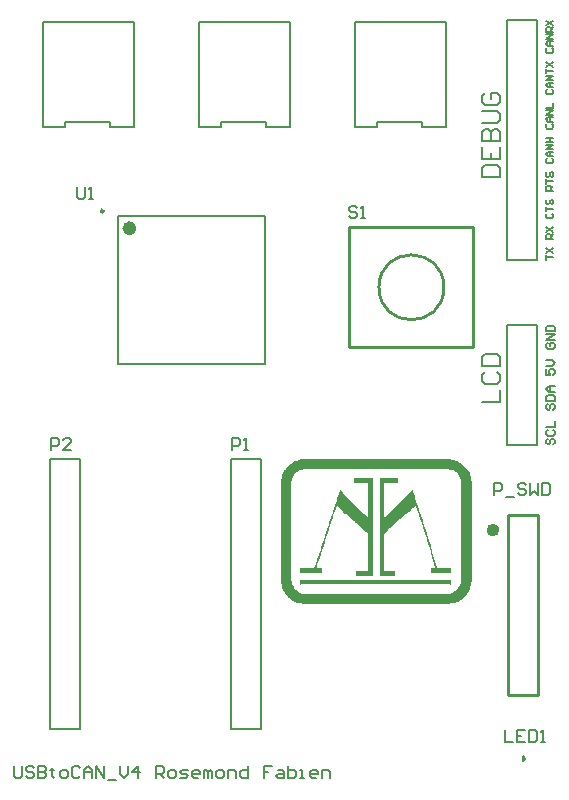
<source format=gto>
G04*
G04 #@! TF.GenerationSoftware,Altium Limited,Altium Designer,18.1.6 (161)*
G04*
G04 Layer_Color=65535*
%FSLAX25Y25*%
%MOIN*%
G70*
G01*
G75*
%ADD10C,0.02362*%
%ADD11C,0.01000*%
%ADD12C,0.00984*%
%ADD13C,0.00787*%
%ADD14C,0.00500*%
%ADD15C,0.00600*%
G36*
X147537Y95103D02*
X148841D01*
Y94777D01*
X149819D01*
Y94451D01*
X150145D01*
Y94125D01*
X150797D01*
Y93799D01*
X151123D01*
Y93473D01*
X151449D01*
Y93147D01*
X151775D01*
Y92821D01*
X152101D01*
Y92495D01*
X152427D01*
Y92169D01*
X152753D01*
Y91843D01*
X153079D01*
Y91517D01*
Y91191D01*
X153405D01*
Y90865D01*
X153731D01*
Y90539D01*
Y90213D01*
Y89887D01*
Y89561D01*
X154057D01*
Y89235D01*
Y88909D01*
Y88583D01*
Y88257D01*
Y87932D01*
X154383D01*
Y87606D01*
Y87279D01*
Y86954D01*
Y86628D01*
Y86301D01*
Y85976D01*
Y85650D01*
Y85324D01*
Y84998D01*
Y84672D01*
Y84346D01*
Y84020D01*
Y83694D01*
Y83368D01*
Y83042D01*
Y82716D01*
Y82390D01*
Y82064D01*
Y81738D01*
Y81412D01*
Y81086D01*
Y80760D01*
Y80434D01*
Y80108D01*
Y79782D01*
Y79456D01*
Y79130D01*
Y78804D01*
Y78478D01*
Y78152D01*
Y77826D01*
Y77500D01*
Y77174D01*
Y76848D01*
Y76522D01*
Y76196D01*
Y75870D01*
Y75544D01*
Y75218D01*
Y74892D01*
Y74566D01*
Y74240D01*
Y73914D01*
Y73588D01*
Y73262D01*
Y72936D01*
Y72610D01*
Y72284D01*
Y71958D01*
Y71632D01*
Y71306D01*
Y70980D01*
Y70654D01*
Y70328D01*
Y70002D01*
Y69676D01*
Y69350D01*
Y69024D01*
Y68699D01*
Y68372D01*
Y68046D01*
Y67721D01*
Y67395D01*
Y67069D01*
Y66743D01*
Y66417D01*
Y66091D01*
Y65765D01*
Y65439D01*
Y65113D01*
Y64787D01*
Y64461D01*
Y64135D01*
Y63809D01*
Y63483D01*
Y63157D01*
Y62831D01*
Y62505D01*
Y62179D01*
Y61853D01*
Y61527D01*
Y61201D01*
Y60875D01*
Y60549D01*
Y60223D01*
Y59897D01*
Y59571D01*
Y59245D01*
Y58919D01*
Y58593D01*
Y58267D01*
Y57941D01*
Y57615D01*
Y57289D01*
Y56963D01*
Y56637D01*
Y56311D01*
Y55985D01*
Y55659D01*
Y55333D01*
Y55007D01*
Y54681D01*
Y54355D01*
X154057D01*
Y54029D01*
Y53703D01*
Y53377D01*
Y53051D01*
X153731D01*
Y52725D01*
Y52399D01*
Y52073D01*
Y51747D01*
X153405D01*
Y51421D01*
Y51095D01*
X153079D01*
Y50769D01*
X152753D01*
Y50443D01*
Y50117D01*
X152427D01*
Y49791D01*
X152101D01*
Y49466D01*
X151775D01*
Y49139D01*
X151449D01*
Y48814D01*
X151123D01*
Y48487D01*
X150471D01*
Y48162D01*
X150145D01*
Y47836D01*
X149167D01*
Y47510D01*
X148515D01*
Y47184D01*
X147211D01*
Y46858D01*
X97988D01*
Y47184D01*
X96684D01*
Y47510D01*
X95706D01*
Y47836D01*
X95054D01*
Y48162D01*
X94402D01*
Y48487D01*
X94076D01*
Y48814D01*
X93750D01*
Y49139D01*
X93098D01*
Y49466D01*
Y49791D01*
X92772D01*
Y50117D01*
X92446D01*
Y50443D01*
X92120D01*
Y50769D01*
Y51095D01*
X91794D01*
Y51421D01*
X91468D01*
Y51747D01*
Y52073D01*
X91142D01*
Y52399D01*
Y52725D01*
Y53051D01*
Y53377D01*
Y53703D01*
X90816D01*
Y54029D01*
Y54355D01*
Y54681D01*
Y55007D01*
Y55333D01*
Y55659D01*
Y55985D01*
Y56311D01*
Y56637D01*
Y56963D01*
Y57289D01*
Y57615D01*
Y57941D01*
Y58267D01*
Y58593D01*
Y58919D01*
Y59245D01*
Y59571D01*
Y59897D01*
Y60223D01*
Y60549D01*
Y60875D01*
Y61201D01*
Y61527D01*
Y61853D01*
Y62179D01*
Y62505D01*
Y62831D01*
Y63157D01*
Y63483D01*
Y63809D01*
Y64135D01*
Y64461D01*
Y64787D01*
Y65113D01*
Y65439D01*
Y65765D01*
Y66091D01*
Y66417D01*
Y66743D01*
Y67069D01*
Y67395D01*
Y67721D01*
Y68046D01*
Y68372D01*
Y68699D01*
Y69024D01*
Y69350D01*
Y69676D01*
Y70002D01*
Y70328D01*
Y70654D01*
Y70980D01*
Y71306D01*
Y71632D01*
Y71958D01*
Y72284D01*
Y72610D01*
Y72936D01*
Y73262D01*
Y73588D01*
Y73914D01*
Y74240D01*
Y74566D01*
Y74892D01*
Y75218D01*
Y75544D01*
Y75870D01*
Y76196D01*
Y76522D01*
Y76848D01*
Y77174D01*
Y77500D01*
Y77826D01*
Y78152D01*
Y78478D01*
Y78804D01*
Y79130D01*
Y79456D01*
Y79782D01*
Y80108D01*
Y80434D01*
Y80760D01*
Y81086D01*
Y81412D01*
Y81738D01*
Y82064D01*
Y82390D01*
Y82716D01*
Y83042D01*
Y83368D01*
Y83694D01*
Y84020D01*
Y84346D01*
Y84672D01*
Y84998D01*
Y85324D01*
Y85650D01*
Y85976D01*
Y86301D01*
Y86628D01*
Y86954D01*
Y87279D01*
Y87606D01*
Y87932D01*
Y88257D01*
Y88583D01*
X91142D01*
Y88909D01*
Y89235D01*
Y89561D01*
Y89887D01*
Y90213D01*
X91468D01*
Y90539D01*
Y90865D01*
X91794D01*
Y91191D01*
Y91517D01*
X92120D01*
Y91843D01*
X92446D01*
Y92169D01*
Y92495D01*
X92772D01*
Y92821D01*
X93098D01*
Y93147D01*
X93424D01*
Y93473D01*
X93750D01*
Y93799D01*
X94402D01*
Y94125D01*
X94728D01*
Y94451D01*
X95054D01*
Y94777D01*
X96358D01*
Y95103D01*
X97336D01*
Y95429D01*
X147537D01*
Y95103D01*
D02*
G37*
%LPC*%
G36*
X146885Y92169D02*
X98313D01*
Y91843D01*
X97336D01*
Y91517D01*
X96684D01*
Y91191D01*
X96358D01*
Y90865D01*
X95706D01*
Y90539D01*
X95380D01*
Y90213D01*
X95054D01*
Y89887D01*
Y89561D01*
X94728D01*
Y89235D01*
Y88909D01*
X94402D01*
Y88583D01*
Y88257D01*
Y87932D01*
X94076D01*
Y87606D01*
Y87279D01*
Y86954D01*
Y86628D01*
Y86301D01*
Y85976D01*
Y85650D01*
Y85324D01*
Y84998D01*
Y84672D01*
Y84346D01*
Y84020D01*
Y83694D01*
Y83368D01*
Y83042D01*
Y82716D01*
Y82390D01*
Y82064D01*
Y81738D01*
Y81412D01*
Y81086D01*
Y80760D01*
Y80434D01*
Y80108D01*
Y79782D01*
Y79456D01*
Y79130D01*
Y78804D01*
Y78478D01*
Y78152D01*
Y77826D01*
Y77500D01*
Y77174D01*
Y76848D01*
Y76522D01*
Y76196D01*
Y75870D01*
Y75544D01*
Y75218D01*
Y74892D01*
Y74566D01*
Y74240D01*
Y73914D01*
Y73588D01*
Y73262D01*
Y72936D01*
Y72610D01*
Y72284D01*
Y71958D01*
Y71632D01*
Y71306D01*
Y70980D01*
Y70654D01*
Y70328D01*
Y70002D01*
Y69676D01*
Y69350D01*
Y69024D01*
Y68699D01*
Y68372D01*
Y68046D01*
Y67721D01*
Y67395D01*
Y67069D01*
Y66743D01*
Y66417D01*
Y66091D01*
Y65765D01*
Y65439D01*
Y65113D01*
Y64787D01*
Y64461D01*
Y64135D01*
Y63809D01*
Y63483D01*
Y63157D01*
Y62831D01*
Y62505D01*
Y62179D01*
Y61853D01*
Y61527D01*
Y61201D01*
Y60875D01*
Y60549D01*
Y60223D01*
Y59897D01*
Y59571D01*
Y59245D01*
Y58919D01*
Y58593D01*
Y58267D01*
Y57941D01*
Y57615D01*
Y57289D01*
Y56963D01*
Y56637D01*
Y56311D01*
Y55985D01*
Y55659D01*
Y55333D01*
Y55007D01*
Y54681D01*
X94402D01*
Y54355D01*
Y54029D01*
Y53703D01*
Y53377D01*
X94728D01*
Y53051D01*
X95054D01*
Y52725D01*
Y52399D01*
Y52073D01*
X95380D01*
Y51747D01*
X96032D01*
Y51421D01*
X96358D01*
Y51095D01*
X96684D01*
Y50769D01*
X97662D01*
Y50443D01*
X147537D01*
Y50769D01*
X148189D01*
Y51095D01*
X148515D01*
Y51421D01*
X149167D01*
Y51747D01*
X149493D01*
Y52073D01*
X149819D01*
Y52399D01*
Y52725D01*
X150145D01*
Y53051D01*
X150471D01*
Y53377D01*
Y53703D01*
X150797D01*
Y54029D01*
Y54355D01*
Y54681D01*
Y55007D01*
Y55333D01*
Y55659D01*
Y55985D01*
Y56311D01*
Y56637D01*
Y56963D01*
Y57289D01*
Y57615D01*
Y57941D01*
Y58267D01*
Y58593D01*
Y58919D01*
Y59245D01*
Y59571D01*
Y59897D01*
Y60223D01*
Y60549D01*
Y60875D01*
Y61201D01*
Y61527D01*
Y61853D01*
Y62179D01*
Y62505D01*
Y62831D01*
Y63157D01*
Y63483D01*
Y63809D01*
Y64135D01*
Y64461D01*
Y64787D01*
Y65113D01*
Y65439D01*
Y65765D01*
Y66091D01*
Y66417D01*
Y66743D01*
Y67069D01*
Y67395D01*
Y67721D01*
Y68046D01*
Y68372D01*
Y68699D01*
Y69024D01*
Y69350D01*
Y69676D01*
Y70002D01*
Y70328D01*
Y70654D01*
Y70980D01*
Y71306D01*
Y71632D01*
Y71958D01*
Y72284D01*
Y72610D01*
Y72936D01*
Y73262D01*
Y73588D01*
Y73914D01*
Y74240D01*
Y74566D01*
Y74892D01*
Y75218D01*
Y75544D01*
Y75870D01*
Y76196D01*
Y76522D01*
Y76848D01*
Y77174D01*
Y77500D01*
Y77826D01*
Y78152D01*
Y78478D01*
Y78804D01*
Y79130D01*
Y79456D01*
Y79782D01*
Y80108D01*
Y80434D01*
Y80760D01*
Y81086D01*
Y81412D01*
Y81738D01*
Y82064D01*
Y82390D01*
Y82716D01*
Y83042D01*
Y83368D01*
Y83694D01*
Y84020D01*
Y84346D01*
Y84672D01*
Y84998D01*
Y85324D01*
Y85650D01*
Y85976D01*
Y86301D01*
Y86628D01*
Y86954D01*
Y87279D01*
Y87606D01*
Y87932D01*
Y88257D01*
Y88583D01*
X150471D01*
Y88909D01*
Y89235D01*
X150145D01*
Y89561D01*
Y89887D01*
X149819D01*
Y90213D01*
Y90539D01*
X149493D01*
Y90865D01*
X148841D01*
Y91191D01*
X148515D01*
Y91517D01*
X147863D01*
Y91843D01*
X146885D01*
Y92169D01*
D02*
G37*
%LPD*%
G36*
X121458Y88583D02*
Y88257D01*
Y87932D01*
Y87606D01*
Y87279D01*
Y86954D01*
Y86628D01*
Y86301D01*
Y85976D01*
Y85650D01*
Y85324D01*
Y84998D01*
Y84672D01*
Y84346D01*
Y84020D01*
Y83694D01*
Y83368D01*
Y83042D01*
Y82716D01*
Y82390D01*
Y82064D01*
Y81738D01*
Y81412D01*
Y81086D01*
Y80760D01*
Y80434D01*
Y80108D01*
Y79782D01*
Y79456D01*
Y79130D01*
Y78804D01*
Y78478D01*
Y78152D01*
Y77826D01*
Y77500D01*
Y77174D01*
Y76848D01*
Y76522D01*
Y76196D01*
Y75870D01*
Y75544D01*
Y75218D01*
Y74892D01*
Y74566D01*
Y74240D01*
Y73914D01*
Y73588D01*
Y73262D01*
Y72936D01*
Y72610D01*
Y72284D01*
Y71958D01*
Y71632D01*
Y71306D01*
Y70980D01*
Y70654D01*
Y70328D01*
Y70002D01*
Y69676D01*
Y69350D01*
Y69024D01*
Y68699D01*
Y68372D01*
Y68046D01*
Y67721D01*
Y67395D01*
Y67069D01*
Y66743D01*
Y66417D01*
Y66091D01*
Y65765D01*
Y65439D01*
Y65113D01*
Y64787D01*
Y64461D01*
Y64135D01*
Y63809D01*
Y63483D01*
Y63157D01*
Y62831D01*
Y62505D01*
Y62179D01*
Y61853D01*
Y61527D01*
Y61201D01*
Y60875D01*
Y60549D01*
Y60223D01*
Y59897D01*
Y59571D01*
Y59245D01*
Y58919D01*
Y58593D01*
Y58267D01*
Y57941D01*
Y57615D01*
Y57289D01*
Y56963D01*
Y56637D01*
Y56311D01*
X115917D01*
Y56637D01*
Y56963D01*
Y57289D01*
Y57615D01*
Y57941D01*
X119828D01*
Y58267D01*
Y58593D01*
Y58919D01*
Y59245D01*
Y59571D01*
Y59897D01*
Y60223D01*
Y60549D01*
Y60875D01*
Y61201D01*
Y61527D01*
Y61853D01*
Y62179D01*
Y62505D01*
Y62831D01*
Y63157D01*
Y63483D01*
Y63809D01*
Y64135D01*
Y64461D01*
Y64787D01*
Y65113D01*
Y65439D01*
Y65765D01*
Y66091D01*
Y66417D01*
Y66743D01*
Y67069D01*
Y67395D01*
Y67721D01*
Y68046D01*
Y68372D01*
Y68699D01*
Y69024D01*
Y69350D01*
Y69676D01*
Y70002D01*
Y70328D01*
Y70654D01*
X119502D01*
Y70980D01*
X118850D01*
Y71306D01*
X118524D01*
Y71632D01*
X118199D01*
Y71958D01*
X117873D01*
Y72284D01*
X117546D01*
Y72610D01*
X117220D01*
Y72936D01*
X116894D01*
Y73262D01*
X116569D01*
Y73588D01*
X116243D01*
Y73914D01*
X115591D01*
Y74240D01*
Y74566D01*
X114939D01*
Y74892D01*
X114613D01*
Y75218D01*
X114287D01*
Y75544D01*
X113961D01*
Y75870D01*
X113635D01*
Y76196D01*
X113309D01*
Y76522D01*
X112983D01*
Y76848D01*
X112657D01*
Y77174D01*
X112005D01*
Y77500D01*
X111679D01*
Y77826D01*
X111353D01*
Y78152D01*
X111027D01*
Y78478D01*
X110701D01*
Y78804D01*
X110375D01*
Y79130D01*
X110049D01*
Y79456D01*
X109723D01*
Y79782D01*
X109397D01*
Y79456D01*
X109071D01*
Y79130D01*
Y78804D01*
Y78478D01*
X108745D01*
Y78152D01*
Y77826D01*
X108419D01*
Y77500D01*
Y77174D01*
Y76848D01*
X108093D01*
Y76522D01*
Y76196D01*
Y75870D01*
Y75544D01*
Y75218D01*
X107767D01*
Y74892D01*
Y74566D01*
X107441D01*
Y74240D01*
Y73914D01*
Y73588D01*
X107115D01*
Y73262D01*
Y72936D01*
Y72610D01*
X106789D01*
Y72284D01*
Y71958D01*
Y71632D01*
Y71306D01*
X106463D01*
Y70980D01*
Y70654D01*
Y70328D01*
X106137D01*
Y70002D01*
Y69676D01*
X105811D01*
Y69350D01*
Y69024D01*
Y68699D01*
X105485D01*
Y68372D01*
Y68046D01*
Y67721D01*
Y67395D01*
Y67069D01*
X105159D01*
Y66743D01*
Y66417D01*
Y66091D01*
X104833D01*
Y65765D01*
Y65439D01*
X104507D01*
Y65113D01*
Y64787D01*
Y64461D01*
X104181D01*
Y64135D01*
Y63809D01*
Y63483D01*
Y63157D01*
X103855D01*
Y62831D01*
Y62505D01*
Y62179D01*
X103529D01*
Y61853D01*
Y61527D01*
Y61201D01*
X103203D01*
Y60875D01*
Y60549D01*
X102877D01*
Y60223D01*
Y59897D01*
Y59571D01*
Y59245D01*
Y58919D01*
X104507D01*
Y58593D01*
Y58267D01*
Y57941D01*
Y57615D01*
Y57289D01*
X97336D01*
Y57615D01*
Y57941D01*
Y58267D01*
Y58593D01*
Y58919D01*
X101899D01*
Y59245D01*
X102225D01*
Y59571D01*
Y59897D01*
X102551D01*
Y60223D01*
Y60549D01*
Y60875D01*
X102877D01*
Y61201D01*
Y61527D01*
Y61853D01*
Y62179D01*
Y62505D01*
X103203D01*
Y62831D01*
Y63157D01*
X103529D01*
Y63483D01*
Y63809D01*
Y64135D01*
X103855D01*
Y64461D01*
Y64787D01*
X104181D01*
Y65113D01*
Y65439D01*
Y65765D01*
Y66091D01*
Y66417D01*
X104507D01*
Y66743D01*
Y67069D01*
Y67395D01*
X104833D01*
Y67721D01*
Y68046D01*
X105159D01*
Y68372D01*
Y68699D01*
Y69024D01*
X105485D01*
Y69350D01*
Y69676D01*
Y70002D01*
Y70328D01*
X105811D01*
Y70654D01*
Y70980D01*
Y71306D01*
X106137D01*
Y71632D01*
Y71958D01*
Y72284D01*
X106463D01*
Y72610D01*
Y72936D01*
X106789D01*
Y73262D01*
Y73588D01*
Y73914D01*
Y74240D01*
Y74566D01*
X107115D01*
Y74892D01*
Y75218D01*
X107441D01*
Y75544D01*
Y75870D01*
Y76196D01*
X107767D01*
Y76522D01*
Y76848D01*
Y77174D01*
X108093D01*
Y77500D01*
Y77826D01*
Y78152D01*
Y78478D01*
X108419D01*
Y78804D01*
Y79130D01*
Y79456D01*
X108745D01*
Y79782D01*
Y80108D01*
Y80434D01*
X109071D01*
Y80760D01*
Y81086D01*
X109397D01*
Y81412D01*
Y81738D01*
Y82064D01*
Y82390D01*
Y82716D01*
X109723D01*
Y83042D01*
Y83368D01*
X110049D01*
Y83694D01*
Y84020D01*
Y84346D01*
X110375D01*
Y84672D01*
Y84998D01*
X110701D01*
Y84672D01*
X111027D01*
Y84346D01*
X111353D01*
Y84020D01*
X111679D01*
Y83694D01*
X112005D01*
Y83368D01*
X112331D01*
Y83042D01*
X112657D01*
Y82716D01*
X112983D01*
Y82390D01*
X113309D01*
Y82064D01*
X113635D01*
Y81738D01*
X113961D01*
Y81412D01*
X114287D01*
Y81086D01*
X114613D01*
Y80760D01*
X114939D01*
Y80434D01*
X115265D01*
Y80108D01*
X115591D01*
Y79782D01*
X115917D01*
Y79456D01*
X116243D01*
Y79130D01*
X116569D01*
Y78804D01*
X116894D01*
Y78478D01*
X117220D01*
Y78152D01*
X117546D01*
Y77826D01*
X117873D01*
Y77500D01*
X118199D01*
Y77174D01*
X118524D01*
Y76848D01*
X118850D01*
Y76522D01*
X119176D01*
Y76196D01*
X119502D01*
Y75870D01*
X119828D01*
Y76196D01*
Y76522D01*
Y76848D01*
Y77174D01*
Y77500D01*
Y77826D01*
Y78152D01*
Y78478D01*
Y78804D01*
Y79130D01*
Y79456D01*
Y79782D01*
Y80108D01*
Y80434D01*
Y80760D01*
Y81086D01*
Y81412D01*
Y81738D01*
Y82064D01*
Y82390D01*
Y82716D01*
Y83042D01*
Y83368D01*
Y83694D01*
Y84020D01*
Y84346D01*
Y84672D01*
Y84998D01*
Y85324D01*
Y85650D01*
Y85976D01*
Y86301D01*
Y86628D01*
Y86954D01*
Y87279D01*
X115265D01*
Y87606D01*
Y87932D01*
Y88257D01*
Y88583D01*
Y88909D01*
X121458D01*
Y88583D01*
D02*
G37*
G36*
X129934D02*
Y88257D01*
Y87932D01*
Y87606D01*
Y87279D01*
X125044D01*
Y86954D01*
Y86628D01*
Y86301D01*
Y85976D01*
Y85650D01*
Y85324D01*
Y84998D01*
Y84672D01*
Y84346D01*
Y84020D01*
Y83694D01*
Y83368D01*
Y83042D01*
Y82716D01*
Y82390D01*
Y82064D01*
Y81738D01*
Y81412D01*
Y81086D01*
Y80760D01*
Y80434D01*
Y80108D01*
Y79782D01*
Y79456D01*
Y79130D01*
Y78804D01*
Y78478D01*
Y78152D01*
Y77826D01*
Y77500D01*
Y77174D01*
Y76848D01*
Y76522D01*
Y76196D01*
Y75870D01*
X125696D01*
Y76196D01*
X126022D01*
Y76522D01*
X126348D01*
Y76848D01*
X126674D01*
Y77174D01*
X127000D01*
Y77500D01*
X127326D01*
Y77826D01*
X127652D01*
Y78152D01*
X127978D01*
Y78478D01*
X128304D01*
Y78804D01*
X128630D01*
Y79130D01*
X128956D01*
Y79456D01*
X129282D01*
Y79782D01*
X129608D01*
Y80108D01*
X129934D01*
Y80434D01*
X130260D01*
Y80760D01*
X130586D01*
Y81086D01*
X130912D01*
Y81412D01*
X131238D01*
Y81738D01*
X131564D01*
Y82064D01*
X131890D01*
Y82390D01*
X132216D01*
Y82716D01*
X132542D01*
Y83042D01*
X132868D01*
Y83368D01*
X133194D01*
Y83694D01*
X133520D01*
Y84020D01*
X133846D01*
Y84346D01*
X134172D01*
Y84672D01*
X134498D01*
Y84998D01*
X134824D01*
Y84672D01*
Y84346D01*
Y84020D01*
X135150D01*
Y83694D01*
Y83368D01*
X135476D01*
Y83042D01*
Y82716D01*
Y82390D01*
Y82064D01*
Y81738D01*
X135801D01*
Y81412D01*
Y81086D01*
Y80760D01*
X136127D01*
Y80434D01*
Y80108D01*
X136453D01*
Y79782D01*
Y79456D01*
Y79130D01*
X136779D01*
Y78804D01*
Y78478D01*
Y78152D01*
Y77826D01*
X137106D01*
Y77500D01*
Y77174D01*
Y76848D01*
X137432D01*
Y76522D01*
Y76196D01*
Y75870D01*
X137757D01*
Y75544D01*
Y75218D01*
X138083D01*
Y74892D01*
Y74566D01*
Y74240D01*
Y73914D01*
Y73588D01*
X138409D01*
Y73262D01*
Y72936D01*
Y72610D01*
X138735D01*
Y72284D01*
Y71958D01*
X139061D01*
Y71632D01*
Y71306D01*
Y70980D01*
X139387D01*
Y70654D01*
Y70328D01*
Y70002D01*
Y69676D01*
X139713D01*
Y69350D01*
Y69024D01*
Y68699D01*
X140039D01*
Y68372D01*
Y68046D01*
Y67721D01*
X140365D01*
Y67395D01*
Y67069D01*
X140691D01*
Y66743D01*
Y66417D01*
Y66091D01*
Y65765D01*
Y65439D01*
X141017D01*
Y65113D01*
Y64787D01*
X141343D01*
Y64461D01*
Y64135D01*
Y63809D01*
X141669D01*
Y63483D01*
Y63157D01*
Y62831D01*
X141995D01*
Y62505D01*
Y62179D01*
Y61853D01*
Y61527D01*
X142321D01*
Y61201D01*
Y60875D01*
Y60549D01*
X142647D01*
Y60223D01*
Y59897D01*
Y59571D01*
X142973D01*
Y59245D01*
Y58919D01*
X147537D01*
Y58593D01*
Y58267D01*
Y57941D01*
Y57615D01*
Y57289D01*
X140691D01*
Y57615D01*
Y57941D01*
Y58267D01*
Y58593D01*
Y58919D01*
X142321D01*
Y59245D01*
Y59571D01*
X141995D01*
Y59897D01*
Y60223D01*
Y60549D01*
Y60875D01*
X141669D01*
Y61201D01*
Y61527D01*
Y61853D01*
X141343D01*
Y62179D01*
Y62505D01*
Y62831D01*
X141017D01*
Y63157D01*
Y63483D01*
X140691D01*
Y63809D01*
Y64135D01*
Y64461D01*
Y64787D01*
Y65113D01*
X140365D01*
Y65439D01*
Y65765D01*
Y66091D01*
X140039D01*
Y66417D01*
Y66743D01*
X139713D01*
Y67069D01*
Y67395D01*
Y67721D01*
X139387D01*
Y68046D01*
Y68372D01*
Y68699D01*
Y69024D01*
Y69350D01*
X139061D01*
Y69676D01*
Y70002D01*
X138735D01*
Y70328D01*
Y70654D01*
Y70980D01*
X138409D01*
Y71306D01*
Y71632D01*
Y71958D01*
X138083D01*
Y72284D01*
Y72610D01*
Y72936D01*
Y73262D01*
X137757D01*
Y73588D01*
Y73914D01*
Y74240D01*
X137432D01*
Y74566D01*
Y74892D01*
X137106D01*
Y75218D01*
Y75544D01*
Y75870D01*
X136779D01*
Y76196D01*
Y76522D01*
Y76848D01*
Y77174D01*
Y77500D01*
X136453D01*
Y77826D01*
Y78152D01*
X136127D01*
Y78478D01*
Y78804D01*
Y79130D01*
X135801D01*
Y79456D01*
Y79782D01*
X135476D01*
Y79456D01*
X135150D01*
Y79130D01*
X134498D01*
Y78804D01*
X134172D01*
Y78478D01*
Y78152D01*
X133846D01*
Y77826D01*
X133194D01*
Y77500D01*
X132868D01*
Y77174D01*
X132542D01*
Y76848D01*
X132216D01*
Y76522D01*
X131890D01*
Y76196D01*
X131564D01*
Y75870D01*
X131238D01*
Y75544D01*
X130912D01*
Y75218D01*
X130260D01*
Y74892D01*
X129934D01*
Y74566D01*
X129608D01*
Y74240D01*
X129282D01*
Y73914D01*
X128956D01*
Y73588D01*
X128630D01*
Y73262D01*
X128304D01*
Y72936D01*
X127978D01*
Y72610D01*
X127652D01*
Y72284D01*
X127000D01*
Y71958D01*
X126674D01*
Y71632D01*
X126348D01*
Y71306D01*
X126022D01*
Y70980D01*
X125696D01*
Y70654D01*
X125370D01*
Y70328D01*
X125044D01*
Y70002D01*
Y69676D01*
Y69350D01*
Y69024D01*
Y68699D01*
Y68372D01*
Y68046D01*
Y67721D01*
Y67395D01*
Y67069D01*
Y66743D01*
Y66417D01*
Y66091D01*
Y65765D01*
Y65439D01*
Y65113D01*
Y64787D01*
Y64461D01*
Y64135D01*
Y63809D01*
Y63483D01*
Y63157D01*
Y62831D01*
Y62505D01*
Y62179D01*
Y61853D01*
Y61527D01*
Y61201D01*
Y60875D01*
Y60549D01*
Y60223D01*
Y59897D01*
Y59571D01*
Y59245D01*
Y58919D01*
Y58593D01*
Y58267D01*
Y57941D01*
X128956D01*
Y57615D01*
Y57289D01*
Y56963D01*
Y56637D01*
Y56311D01*
X123740D01*
Y56637D01*
Y56963D01*
Y57289D01*
Y57615D01*
Y57941D01*
Y58267D01*
Y58593D01*
Y58919D01*
Y59245D01*
Y59571D01*
Y59897D01*
Y60223D01*
Y60549D01*
Y60875D01*
Y61201D01*
Y61527D01*
Y61853D01*
Y62179D01*
Y62505D01*
Y62831D01*
Y63157D01*
Y63483D01*
Y63809D01*
Y64135D01*
Y64461D01*
Y64787D01*
Y65113D01*
Y65439D01*
Y65765D01*
Y66091D01*
Y66417D01*
Y66743D01*
Y67069D01*
Y67395D01*
Y67721D01*
Y68046D01*
Y68372D01*
Y68699D01*
Y69024D01*
Y69350D01*
Y69676D01*
Y70002D01*
Y70328D01*
Y70654D01*
Y70980D01*
Y71306D01*
Y71632D01*
Y71958D01*
Y72284D01*
Y72610D01*
Y72936D01*
Y73262D01*
Y73588D01*
Y73914D01*
Y74240D01*
Y74566D01*
Y74892D01*
Y75218D01*
Y75544D01*
Y75870D01*
Y76196D01*
Y76522D01*
Y76848D01*
Y77174D01*
Y77500D01*
Y77826D01*
Y78152D01*
Y78478D01*
Y78804D01*
Y79130D01*
Y79456D01*
Y79782D01*
Y80108D01*
Y80434D01*
Y80760D01*
Y81086D01*
Y81412D01*
Y81738D01*
Y82064D01*
Y82390D01*
Y82716D01*
Y83042D01*
Y83368D01*
Y83694D01*
Y84020D01*
Y84346D01*
Y84672D01*
Y84998D01*
Y85324D01*
Y85650D01*
Y85976D01*
Y86301D01*
Y86628D01*
Y86954D01*
Y87279D01*
Y87606D01*
Y87932D01*
Y88257D01*
Y88583D01*
Y88909D01*
X129934D01*
Y88583D01*
D02*
G37*
G36*
X147537Y54681D02*
Y54355D01*
Y54029D01*
Y53703D01*
Y53377D01*
X147211D01*
Y53703D01*
X97662D01*
Y53377D01*
X97336D01*
Y53703D01*
Y54029D01*
Y54355D01*
Y54681D01*
Y55007D01*
X147537D01*
Y54681D01*
D02*
G37*
D10*
X162500Y71650D02*
G03*
X162500Y71650I-1000J0D01*
G01*
X41512Y172275D02*
G03*
X41512Y172275I-1181J0D01*
G01*
D11*
X145151Y152571D02*
G03*
X145151Y152571I-10832J0D01*
G01*
X166500Y16650D02*
Y76650D01*
Y16650D02*
X176500D01*
Y76650D01*
X166500D02*
X176500D01*
X113453Y132650D02*
X154791D01*
X113453Y172650D02*
X154791D01*
Y132650D02*
Y172650D01*
X113453Y132650D02*
Y172650D01*
D12*
X31768Y177984D02*
G03*
X31768Y177984I-492J0D01*
G01*
D13*
X166201Y100000D02*
X176201D01*
X166201D02*
Y140000D01*
X176201Y100000D02*
Y140000D01*
X166201D02*
X176201D01*
X166201Y241650D02*
X176201D01*
Y161650D02*
Y241650D01*
X166201Y161650D02*
X176201D01*
X166201D02*
Y241650D01*
X36394Y127000D02*
Y176213D01*
X85606Y127000D02*
Y176213D01*
X36394D02*
X85606D01*
X36394Y127000D02*
X85606D01*
X14000Y95500D02*
X24000D01*
Y5500D02*
Y95500D01*
X14000Y5500D02*
X24000D01*
X14000D02*
Y95500D01*
X74300D02*
X84300D01*
Y5500D02*
Y95500D01*
X74300Y5500D02*
X84300D01*
X74300D02*
Y95500D01*
D14*
X11500Y206000D02*
Y213791D01*
Y206000D02*
X19000D01*
Y207791D01*
X24299D01*
X28827D01*
X34000D01*
Y206000D02*
Y207791D01*
Y206000D02*
X42000D01*
X11500Y241000D02*
X42000D01*
X11500Y213791D02*
Y241000D01*
X42000Y206000D02*
Y213417D01*
Y241000D01*
X63437Y206000D02*
Y213791D01*
Y206000D02*
X70937D01*
Y207791D01*
X76236D01*
X80764D01*
X85937D01*
Y206000D02*
Y207791D01*
Y206000D02*
X93937D01*
X63437Y241000D02*
X93937D01*
X63437Y213791D02*
Y241000D01*
X93937Y206000D02*
Y213417D01*
Y241000D01*
X115374Y206000D02*
Y213791D01*
Y206000D02*
X122874D01*
Y207791D01*
X128173D01*
X132701D01*
X137874D01*
Y206000D02*
Y207791D01*
Y206000D02*
X145874D01*
X115374Y241000D02*
X145874D01*
X115374Y213791D02*
Y241000D01*
X145874Y206000D02*
Y213417D01*
Y241000D01*
X171358Y-5484D02*
X172343Y-4500D01*
X171358Y-5484D02*
Y-3516D01*
X172343Y-4500D01*
D15*
X158002Y189500D02*
X164000D01*
Y192499D01*
X163000Y193499D01*
X159002D01*
X158002Y192499D01*
Y189500D01*
Y199497D02*
Y195498D01*
X164000D01*
Y199497D01*
X161001Y195498D02*
Y197497D01*
X158002Y201496D02*
X164000D01*
Y204495D01*
X163000Y205495D01*
X162001D01*
X161001Y204495D01*
Y201496D01*
Y204495D01*
X160001Y205495D01*
X159002D01*
X158002Y204495D01*
Y201496D01*
Y207494D02*
X163000D01*
X164000Y208494D01*
Y210493D01*
X163000Y211493D01*
X158002D01*
X159002Y217491D02*
X158002Y216491D01*
Y214492D01*
X159002Y213492D01*
X163000D01*
X164000Y214492D01*
Y216491D01*
X163000Y217491D01*
X161001D01*
Y215492D01*
X158002Y114500D02*
X164000D01*
Y118499D01*
X159002Y124497D02*
X158002Y123497D01*
Y121498D01*
X159002Y120498D01*
X163000D01*
X164000Y121498D01*
Y123497D01*
X163000Y124497D01*
X158002Y126496D02*
X164000D01*
Y129495D01*
X163000Y130495D01*
X159002D01*
X158002Y129495D01*
Y126496D01*
X2000Y-7001D02*
Y-10334D01*
X2667Y-11000D01*
X3999D01*
X4666Y-10334D01*
Y-7001D01*
X8664Y-7668D02*
X7998Y-7001D01*
X6665D01*
X5999Y-7668D01*
Y-8334D01*
X6665Y-9001D01*
X7998D01*
X8664Y-9667D01*
Y-10334D01*
X7998Y-11000D01*
X6665D01*
X5999Y-10334D01*
X9997Y-7001D02*
Y-11000D01*
X11997D01*
X12663Y-10334D01*
Y-9667D01*
X11997Y-9001D01*
X9997D01*
X11997D01*
X12663Y-8334D01*
Y-7668D01*
X11997Y-7001D01*
X9997D01*
X14663Y-7668D02*
Y-8334D01*
X13996D01*
X15329D01*
X14663D01*
Y-10334D01*
X15329Y-11000D01*
X17995D02*
X19328D01*
X19994Y-10334D01*
Y-9001D01*
X19328Y-8334D01*
X17995D01*
X17328Y-9001D01*
Y-10334D01*
X17995Y-11000D01*
X23993Y-7668D02*
X23326Y-7001D01*
X21993D01*
X21327Y-7668D01*
Y-10334D01*
X21993Y-11000D01*
X23326D01*
X23993Y-10334D01*
X25326Y-11000D02*
Y-8334D01*
X26659Y-7001D01*
X27992Y-8334D01*
Y-11000D01*
Y-9001D01*
X25326D01*
X29324Y-11000D02*
Y-7001D01*
X31990Y-11000D01*
Y-7001D01*
X33323Y-11666D02*
X35989D01*
X37322Y-7001D02*
Y-9667D01*
X38655Y-11000D01*
X39988Y-9667D01*
Y-7001D01*
X43320Y-11000D02*
Y-7001D01*
X41321Y-9001D01*
X43986D01*
X49318Y-11000D02*
Y-7001D01*
X51317D01*
X51984Y-7668D01*
Y-9001D01*
X51317Y-9667D01*
X49318D01*
X50651D02*
X51984Y-11000D01*
X53983D02*
X55316D01*
X55983Y-10334D01*
Y-9001D01*
X55316Y-8334D01*
X53983D01*
X53317Y-9001D01*
Y-10334D01*
X53983Y-11000D01*
X57315D02*
X59315D01*
X59981Y-10334D01*
X59315Y-9667D01*
X57982D01*
X57315Y-9001D01*
X57982Y-8334D01*
X59981D01*
X63314Y-11000D02*
X61981D01*
X61314Y-10334D01*
Y-9001D01*
X61981Y-8334D01*
X63314D01*
X63980Y-9001D01*
Y-9667D01*
X61314D01*
X65313Y-11000D02*
Y-8334D01*
X65979D01*
X66646Y-9001D01*
Y-11000D01*
Y-9001D01*
X67312Y-8334D01*
X67979Y-9001D01*
Y-11000D01*
X69978D02*
X71311D01*
X71977Y-10334D01*
Y-9001D01*
X71311Y-8334D01*
X69978D01*
X69312Y-9001D01*
Y-10334D01*
X69978Y-11000D01*
X73310D02*
Y-8334D01*
X75310D01*
X75976Y-9001D01*
Y-11000D01*
X79975Y-7001D02*
Y-11000D01*
X77975D01*
X77309Y-10334D01*
Y-9001D01*
X77975Y-8334D01*
X79975D01*
X87972Y-7001D02*
X85307D01*
Y-9001D01*
X86639D01*
X85307D01*
Y-11000D01*
X89972Y-8334D02*
X91304D01*
X91971Y-9001D01*
Y-11000D01*
X89972D01*
X89305Y-10334D01*
X89972Y-9667D01*
X91971D01*
X93304Y-7001D02*
Y-11000D01*
X95303D01*
X95970Y-10334D01*
Y-9667D01*
Y-9001D01*
X95303Y-8334D01*
X93304D01*
X97303Y-11000D02*
X98636D01*
X97969D01*
Y-8334D01*
X97303D01*
X102634Y-11000D02*
X101301D01*
X100635Y-10334D01*
Y-9001D01*
X101301Y-8334D01*
X102634D01*
X103301Y-9001D01*
Y-9667D01*
X100635D01*
X104634Y-11000D02*
Y-8334D01*
X106633D01*
X107299Y-9001D01*
Y-11000D01*
X179684Y102133D02*
X179201Y101649D01*
Y100683D01*
X179684Y100200D01*
X180167D01*
X180650Y100683D01*
Y101649D01*
X181134Y102133D01*
X181617D01*
X182100Y101649D01*
Y100683D01*
X181617Y100200D01*
X179684Y105032D02*
X179201Y104549D01*
Y103582D01*
X179684Y103099D01*
X181617D01*
X182100Y103582D01*
Y104549D01*
X181617Y105032D01*
X179201Y105998D02*
X182100D01*
Y107931D01*
X179684Y113729D02*
X179201Y113246D01*
Y112279D01*
X179684Y111796D01*
X180167D01*
X180650Y112279D01*
Y113246D01*
X181134Y113729D01*
X181617D01*
X182100Y113246D01*
Y112279D01*
X181617Y111796D01*
X179201Y114695D02*
X182100D01*
Y116145D01*
X181617Y116628D01*
X179684D01*
X179201Y116145D01*
Y114695D01*
X182100Y117594D02*
X180167D01*
X179201Y118561D01*
X180167Y119527D01*
X182100D01*
X180650D01*
Y117594D01*
X179201Y125325D02*
Y123392D01*
X180650D01*
X180167Y124359D01*
Y124842D01*
X180650Y125325D01*
X181617D01*
X182100Y124842D01*
Y123876D01*
X181617Y123392D01*
X179201Y126292D02*
X181134D01*
X182100Y127258D01*
X181134Y128224D01*
X179201D01*
X179684Y134022D02*
X179201Y133539D01*
Y132573D01*
X179684Y132090D01*
X181617D01*
X182100Y132573D01*
Y133539D01*
X181617Y134022D01*
X180650D01*
Y133056D01*
X182100Y134989D02*
X179201D01*
X182100Y136921D01*
X179201D01*
Y137888D02*
X182100D01*
Y139337D01*
X181617Y139821D01*
X179684D01*
X179201Y139337D01*
Y137888D01*
X116214Y179082D02*
X115547Y179748D01*
X114215D01*
X113548Y179082D01*
Y178415D01*
X114215Y177749D01*
X115547D01*
X116214Y177083D01*
Y176416D01*
X115547Y175750D01*
X114215D01*
X113548Y176416D01*
X117547Y175750D02*
X118880D01*
X118213D01*
Y179748D01*
X117547Y179082D01*
X23000Y186105D02*
Y182773D01*
X23666Y182106D01*
X24999D01*
X25666Y182773D01*
Y186105D01*
X26999Y182106D02*
X28332D01*
X27665D01*
Y186105D01*
X26999Y185439D01*
X162000Y83500D02*
Y87499D01*
X163999D01*
X164666Y86832D01*
Y85499D01*
X163999Y84833D01*
X162000D01*
X165999Y82834D02*
X168665D01*
X172663Y86832D02*
X171997Y87499D01*
X170664D01*
X169997Y86832D01*
Y86166D01*
X170664Y85499D01*
X171997D01*
X172663Y84833D01*
Y84166D01*
X171997Y83500D01*
X170664D01*
X169997Y84166D01*
X173996Y87499D02*
Y83500D01*
X175329Y84833D01*
X176662Y83500D01*
Y87499D01*
X177995D02*
Y83500D01*
X179994D01*
X180661Y84166D01*
Y86832D01*
X179994Y87499D01*
X177995D01*
X179201Y161800D02*
Y163333D01*
Y162566D01*
X181500D01*
X179201Y164099D02*
X181500Y165632D01*
X179201D02*
X181500Y164099D01*
Y168698D02*
X179201D01*
Y169847D01*
X179584Y170231D01*
X180350D01*
X180734Y169847D01*
Y168698D01*
Y169464D02*
X181500Y170231D01*
X179201Y170997D02*
X181500Y172530D01*
X179201D02*
X181500Y170997D01*
X179584Y177128D02*
X179201Y176745D01*
Y175979D01*
X179584Y175596D01*
X181117D01*
X181500Y175979D01*
Y176745D01*
X181117Y177128D01*
X179201Y177895D02*
Y179428D01*
Y178661D01*
X181500D01*
X179584Y181727D02*
X179201Y181344D01*
Y180577D01*
X179584Y180194D01*
X179967D01*
X180350Y180577D01*
Y181344D01*
X180734Y181727D01*
X181117D01*
X181500Y181344D01*
Y180577D01*
X181117Y180194D01*
X181500Y184793D02*
X179201D01*
Y185942D01*
X179584Y186325D01*
X180350D01*
X180734Y185942D01*
Y184793D01*
Y185559D02*
X181500Y186325D01*
X179201Y187092D02*
Y188625D01*
Y187858D01*
X181500D01*
X179584Y190924D02*
X179201Y190541D01*
Y189774D01*
X179584Y189391D01*
X179967D01*
X180350Y189774D01*
Y190541D01*
X180734Y190924D01*
X181117D01*
X181500Y190541D01*
Y189774D01*
X181117Y189391D01*
X179584Y195522D02*
X179201Y195139D01*
Y194373D01*
X179584Y193990D01*
X181117D01*
X181500Y194373D01*
Y195139D01*
X181117Y195522D01*
X181500Y196289D02*
X179967D01*
X179201Y197055D01*
X179967Y197822D01*
X181500D01*
X180350D01*
Y196289D01*
X181500Y198588D02*
X179201D01*
X181500Y200121D01*
X179201D01*
Y200887D02*
X181500D01*
X180350D01*
Y202420D01*
X179201D01*
X181500D01*
X179584Y207019D02*
X179201Y206636D01*
Y205869D01*
X179584Y205486D01*
X181117D01*
X181500Y205869D01*
Y206636D01*
X181117Y207019D01*
X181500Y207785D02*
X179967D01*
X179201Y208552D01*
X179967Y209318D01*
X181500D01*
X180350D01*
Y207785D01*
X181500Y210085D02*
X179201D01*
X181500Y211617D01*
X179201D01*
Y212384D02*
X181500D01*
Y213917D01*
X179584Y218515D02*
X179201Y218132D01*
Y217366D01*
X179584Y216982D01*
X181117D01*
X181500Y217366D01*
Y218132D01*
X181117Y218515D01*
X181500Y219282D02*
X179967D01*
X179201Y220048D01*
X179967Y220814D01*
X181500D01*
X180350D01*
Y219282D01*
X181500Y221581D02*
X179201D01*
X181500Y223114D01*
X179201D01*
Y223880D02*
Y225413D01*
Y224646D01*
X181500D01*
X179201Y226179D02*
X181500Y227712D01*
X179201D02*
X181500Y226179D01*
X179584Y232311D02*
X179201Y231927D01*
Y231161D01*
X179584Y230778D01*
X181117D01*
X181500Y231161D01*
Y231927D01*
X181117Y232311D01*
X181500Y233077D02*
X179967D01*
X179201Y233843D01*
X179967Y234610D01*
X181500D01*
X180350D01*
Y233077D01*
X181500Y235376D02*
X179201D01*
X181500Y236909D01*
X179201D01*
X181500Y237676D02*
X179201D01*
Y238825D01*
X179584Y239208D01*
X180350D01*
X180734Y238825D01*
Y237676D01*
Y238442D02*
X181500Y239208D01*
X179201Y239975D02*
X181500Y241508D01*
X179201D02*
X181500Y239975D01*
X14200Y98500D02*
Y102499D01*
X16199D01*
X16866Y101832D01*
Y100499D01*
X16199Y99833D01*
X14200D01*
X20865Y98500D02*
X18199D01*
X20865Y101166D01*
Y101832D01*
X20198Y102499D01*
X18865D01*
X18199Y101832D01*
X74500Y98500D02*
Y102499D01*
X76499D01*
X77166Y101832D01*
Y100499D01*
X76499Y99833D01*
X74500D01*
X78499Y98500D02*
X79832D01*
X79165D01*
Y102499D01*
X78499Y101832D01*
X165500Y4999D02*
Y1000D01*
X168166D01*
X172164Y4999D02*
X169499D01*
Y1000D01*
X172164D01*
X169499Y2999D02*
X170832D01*
X173497Y4999D02*
Y1000D01*
X175497D01*
X176163Y1667D01*
Y4332D01*
X175497Y4999D01*
X173497D01*
X177496Y1000D02*
X178829D01*
X178163D01*
Y4999D01*
X177496Y4332D01*
M02*

</source>
